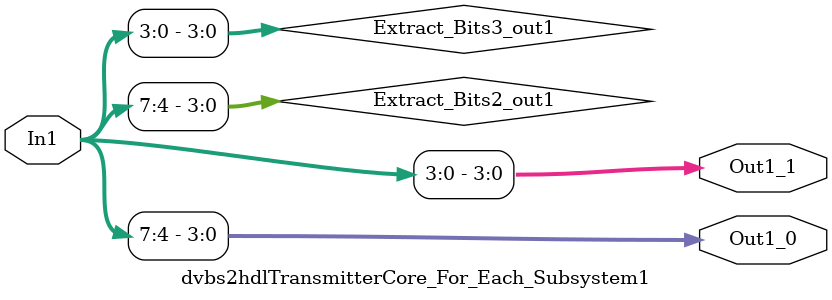
<source format=v>



`timescale 1 ns / 1 ns

module dvbs2hdlTransmitterCore_For_Each_Subsystem1
          (In1,
           Out1_0,
           Out1_1);


  input   [7:0] In1;  // uint8
  output  [3:0] Out1_0;  // ufix4
  output  [3:0] Out1_1;  // ufix4


  wire [3:0] Extract_Bits2_out1;  // ufix4
  wire [3:0] Extract_Bits3_out1;  // ufix4


  assign Extract_Bits2_out1 = In1[7:4];



  assign Out1_0 = Extract_Bits2_out1;

  assign Extract_Bits3_out1 = In1[3:0];



  assign Out1_1 = Extract_Bits3_out1;

endmodule  // dvbs2hdlTransmitterCore_For_Each_Subsystem1


</source>
